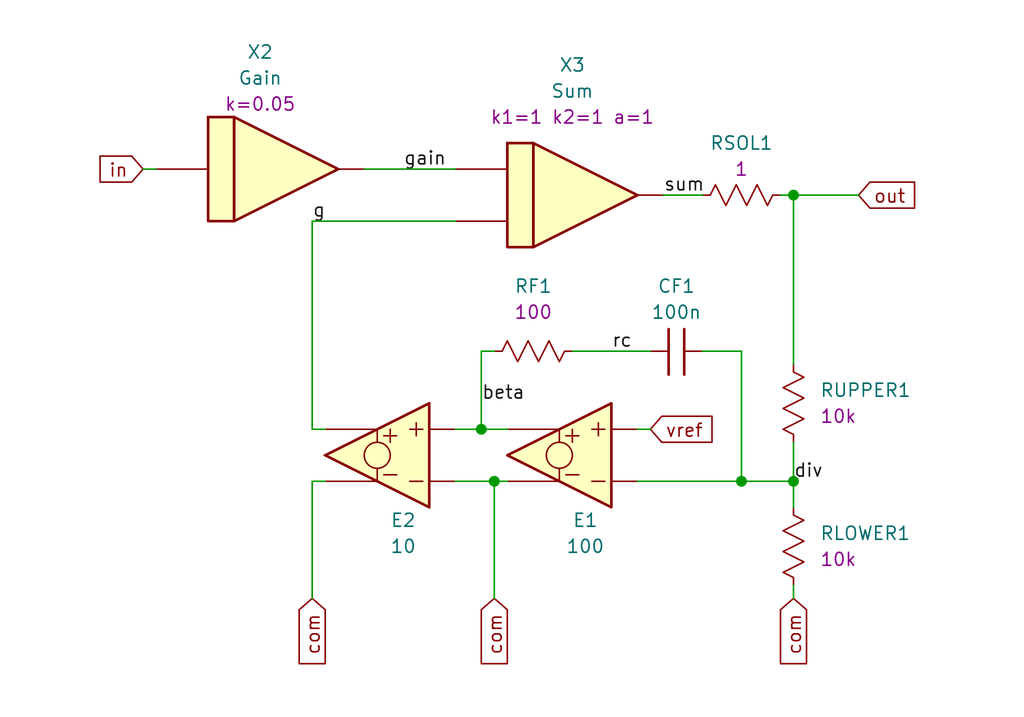
<source format=kicad_sch>
(kicad_sch (version 20230121) (generator eeschema)

  (uuid 05fc2807-6a65-4a8a-8e8c-5adc8485bda5)

  (paper "User" 99.9998 70.0024)

  (lib_symbols
    (symbol "ngspice:C" (pin_numbers hide) (pin_names (offset 0)) (in_bom yes) (on_board yes)
      (property "Reference" "c" (at 2.54 0 90)
        (effects (font (size 1.27 1.27)))
      )
      (property "Value" "${Sim.Params}" (at -2.54 0 90)
        (effects (font (size 1.27 1.27)))
      )
      (property "Footprint" "" (at 1.016 -0.254 90)
        (effects (font (size 1.27 1.27)) hide)
      )
      (property "Datasheet" "~" (at 4.445 0.635 0)
        (effects (font (size 1.27 1.27)) hide)
      )
      (property "Sim.Device" "SPICE" (at 4.445 1.905 0)
        (effects (font (size 1.27 1.27)) hide)
      )
      (property "Sim.Params" "${c}" (at 3.81 4.318 0)
        (effects (font (size 1.27 1.27)) hide)
      )
      (property "c" "" (at 0 0 0)
        (effects (font (size 1.27 1.27)) hide)
      )
      (property "ki_keywords" "c cap capacitor ngspice" (at 0 0 0)
        (effects (font (size 1.27 1.27)) hide)
      )
      (property "ki_description" "capacitor" (at 0 0 0)
        (effects (font (size 1.27 1.27)) hide)
      )
      (property "ki_fp_filters" "R_*" (at 0 0 0)
        (effects (font (size 1.27 1.27)) hide)
      )
      (symbol "C_0_1"
        (polyline
          (pts
            (xy -2.286 -0.762)
            (xy 2.159 -0.762)
          )
          (stroke (width 0.254) (type default))
          (fill (type none))
        )
        (polyline
          (pts
            (xy -2.286 0.762)
            (xy 2.159 0.762)
          )
          (stroke (width 0.254) (type default))
          (fill (type none))
        )
      )
      (symbol "C_1_1"
        (pin passive line (at 0 2.54 270) (length 1.7)
          (name "~" (effects (font (size 1.27 1.27))))
          (number "1" (effects (font (size 1.27 1.27))))
        )
        (pin passive line (at 0 -2.54 90) (length 1.7)
          (name "~" (effects (font (size 1.27 1.27))))
          (number "2" (effects (font (size 1.27 1.27))))
        )
      )
    )
    (symbol "ngspice:R_US_NG" (pin_numbers hide) (pin_names (offset 0)) (in_bom yes) (on_board yes)
      (property "Reference" "r" (at 2.54 0 90)
        (effects (font (size 1.27 1.27)))
      )
      (property "Value" "${Sim.Params}" (at -2.54 0 90)
        (effects (font (size 1.27 1.27)) hide)
      )
      (property "Footprint" "" (at 1.016 -0.254 90)
        (effects (font (size 1.27 1.27)) hide)
      )
      (property "Datasheet" "~" (at 5.08 -2.54 0)
        (effects (font (size 1.27 1.27)) hide)
      )
      (property "Sim.Device" "R" (at 0 0 0)
        (effects (font (size 1.27 1.27)) hide)
      )
      (property "Sim.Type" "=" (at 0 0 0)
        (effects (font (size 1.27 1.27)) hide)
      )
      (property "Sim.Pins" "1=+ 2=-" (at 0 0 0)
        (effects (font (size 1.27 1.27)) hide)
      )
      (property "Sim.Params" "${r}" (at 0 0 0)
        (effects (font (size 1.27 1.27)) hide)
      )
      (property "r" "res_value" (at 0 0 0)
        (effects (font (size 1.27 1.27)))
      )
      (property "ki_keywords" "R res resistor ngspice" (at 0 0 0)
        (effects (font (size 1.27 1.27)) hide)
      )
      (property "ki_description" "Resistor, US symbol" (at 0 0 0)
        (effects (font (size 1.27 1.27)) hide)
      )
      (property "ki_fp_filters" "R_*" (at 0 0 0)
        (effects (font (size 1.27 1.27)) hide)
      )
      (symbol "R_US_NG_0_1"
        (polyline
          (pts
            (xy 0 -3.048)
            (xy -1.016 -2.54)
            (xy 1.016 -1.524)
            (xy -1.016 -0.508)
            (xy 1.016 0.508)
            (xy -1.016 1.524)
            (xy 1.016 2.54)
            (xy 0 3.048)
          )
          (stroke (width 0) (type default))
          (fill (type none))
        )
      )
      (symbol "R_US_NG_1_1"
        (pin passive line (at 0 3.81 270) (length 0.72)
          (name "~" (effects (font (size 1.27 1.27))))
          (number "1" (effects (font (size 1.27 1.27))))
        )
        (pin passive line (at 0 -3.81 90) (length 0.72)
          (name "~" (effects (font (size 1.27 1.27))))
          (number "2" (effects (font (size 1.27 1.27))))
        )
      )
    )
    (symbol "ngspice:gain" (pin_numbers hide) (pin_names (offset 0) hide) (in_bom yes) (on_board yes)
      (property "Reference" "X1" (at -7.62 8.89 0)
        (effects (font (size 1.27 1.27)) (justify left))
      )
      (property "Value" "Gain" (at -7.62 6.35 0)
        (effects (font (size 1.27 1.27)) (justify left))
      )
      (property "Footprint" "" (at 0 0 0)
        (effects (font (size 1.27 1.27)) hide)
      )
      (property "Datasheet" "~" (at -2.54 -7.62 0)
        (effects (font (size 1.27 1.27)) hide)
      )
      (property "Sim.Library" "G:\\My Drive\\_TechSharpen\\KiCad\\libraries\\ngspice_models\\gain.lib" (at 0 11.43 0)
        (effects (font (size 1.27 1.27)) hide)
      )
      (property "Sim.Name" "gain" (at 0 0 0)
        (effects (font (size 1.27 1.27)) hide)
      )
      (property "Sim.Device" "SUBCKT" (at 0 0 0)
        (effects (font (size 1.27 1.27)) hide)
      )
      (property "Sim.Pins" "1=in 2=out" (at 0 0 0)
        (effects (font (size 1.27 1.27)) hide)
      )
      (property "Sim.Params" "k=1" (at 0 0 0)
        (effects (font (size 1.27 1.27)) hide)
      )
      (property "ki_keywords" "simulation  ngspice" (at 0 0 0)
        (effects (font (size 1.27 1.27)) hide)
      )
      (symbol "gain_0_1"
        (polyline
          (pts
            (xy 5.08 0)
            (xy -5.08 5.08)
            (xy -5.08 -5.08)
            (xy 5.08 0)
          )
          (stroke (width 0.254) (type default))
          (fill (type background))
        )
      )
      (symbol "gain_1_1"
        (rectangle (start -7.62 5.08) (end -5.08 -5.08)
          (stroke (width 0.254) (type default))
          (fill (type background))
        )
        (pin input line (at -12.7 0 0) (length 5.08)
          (name "in" (effects (font (size 1.27 1.27))))
          (number "1" (effects (font (size 1.27 1.27))))
        )
        (pin output line (at 7.62 0 180) (length 2.544)
          (name "out" (effects (font (size 1.27 1.27))))
          (number "2" (effects (font (size 1.27 1.27))))
        )
      )
    )
    (symbol "ngspice:sum" (pin_numbers hide) (pin_names (offset 0) hide) (in_bom yes) (on_board yes)
      (property "Reference" "X1" (at -7.62 8.89 0)
        (effects (font (size 1.27 1.27)) (justify left))
      )
      (property "Value" "Sum" (at -7.62 6.35 0)
        (effects (font (size 1.27 1.27)) (justify left))
      )
      (property "Footprint" "" (at 0 0 0)
        (effects (font (size 1.27 1.27)) hide)
      )
      (property "Datasheet" "~" (at -2.54 -7.62 0)
        (effects (font (size 1.27 1.27)) hide)
      )
      (property "Sim.Library" "G:\\My Drive\\_TechSharpen\\KiCad\\libraries\\ngspice_models\\sum.lib" (at 0 11.43 0)
        (effects (font (size 1.27 1.27)) hide)
      )
      (property "Sim.Name" "sum" (at 0 0 0)
        (effects (font (size 1.27 1.27)) hide)
      )
      (property "Sim.Device" "SUBCKT" (at 0 0 0)
        (effects (font (size 1.27 1.27)) hide)
      )
      (property "Sim.Pins" "1=in1 2=in2 3=out" (at 0 0 0)
        (effects (font (size 1.27 1.27)) hide)
      )
      (property "Sim.Params" "k1=1 k2=1 a=1" (at 0 0 0)
        (effects (font (size 1.27 1.27)))
      )
      (property "ki_keywords" "simulation  ngspice" (at 0 0 0)
        (effects (font (size 1.27 1.27)) hide)
      )
      (symbol "sum_0_1"
        (polyline
          (pts
            (xy 5.08 0)
            (xy -5.08 5.08)
            (xy -5.08 -5.08)
            (xy 5.08 0)
          )
          (stroke (width 0.254) (type default))
          (fill (type background))
        )
      )
      (symbol "sum_1_1"
        (rectangle (start -7.62 5.08) (end -5.08 -5.08)
          (stroke (width 0.254) (type default))
          (fill (type background))
        )
        (pin input line (at -12.7 2.54 0) (length 5.08)
          (name "in1" (effects (font (size 1.27 1.27))))
          (number "1" (effects (font (size 1.27 1.27))))
        )
        (pin input line (at -12.7 -2.54 0) (length 5.08)
          (name "in2" (effects (font (size 1.27 1.27))))
          (number "2" (effects (font (size 1.27 1.27))))
        )
        (pin output line (at 7.62 0 180) (length 2.544)
          (name "out" (effects (font (size 1.27 1.27))))
          (number "3" (effects (font (size 1.27 1.27))))
        )
      )
    )
    (symbol "ngspice:vcvs" (pin_numbers hide) (pin_names (offset 0.254) hide) (in_bom yes) (on_board yes)
      (property "Reference" "e" (at -1.27 7.62 0)
        (effects (font (size 1.27 1.27)) (justify left))
      )
      (property "Value" "${Sim.Params}" (at -1.27 5.08 0)
        (effects (font (size 1.27 1.27)) (justify left))
      )
      (property "Footprint" "" (at 0 0 0)
        (effects (font (size 1.27 1.27)) hide)
      )
      (property "Datasheet" "~" (at -2.54 -10.16 0)
        (effects (font (size 1.27 1.27)) hide)
      )
      (property "Sim.Device" "SPICE" (at 0 -5.08 0)
        (effects (font (size 1.27 1.27)) hide)
      )
      (property "Sim.Params" "${a}" (at 0 0 0)
        (effects (font (size 1.27 1.27)) hide)
      )
      (property "a" "1" (at 0 0 0)
        (effects (font (size 1.27 1.27)) hide)
      )
      (property "ki_keywords" "simulation  ngspice" (at 0 0 0)
        (effects (font (size 1.27 1.27)) hide)
      )
      (property "ki_description" "OPAmp symbol for simulation only" (at 0 0 0)
        (effects (font (size 1.27 1.27)) hide)
      )
      (symbol "vcvs_0_1"
        (polyline
          (pts
            (xy -4.445 -2.54)
            (xy -3.175 -2.54)
          )
          (stroke (width 0) (type default))
          (fill (type none))
        )
        (polyline
          (pts
            (xy -4.445 2.54)
            (xy -3.175 2.54)
          )
          (stroke (width 0) (type default))
          (fill (type none))
        )
        (polyline
          (pts
            (xy -3.81 3.175)
            (xy -3.81 1.905)
          )
          (stroke (width 0) (type default))
          (fill (type none))
        )
        (polyline
          (pts
            (xy -1.905 -1.905)
            (xy -0.635 -1.905)
          )
          (stroke (width 0) (type default))
          (fill (type none))
        )
        (polyline
          (pts
            (xy -1.905 1.905)
            (xy -0.635 1.905)
          )
          (stroke (width 0) (type default))
          (fill (type none))
        )
        (polyline
          (pts
            (xy -1.27 2.54)
            (xy -1.27 1.27)
          )
          (stroke (width 0) (type default))
          (fill (type none))
        )
        (polyline
          (pts
            (xy 0 -2.54)
            (xy 0 -1.27)
          )
          (stroke (width 0) (type default))
          (fill (type none))
        )
        (polyline
          (pts
            (xy 0 2.54)
            (xy 0 1.27)
          )
          (stroke (width 0) (type default))
          (fill (type none))
        )
        (polyline
          (pts
            (xy 5.08 0)
            (xy -5.08 5.08)
            (xy -5.08 -5.08)
            (xy 5.08 0)
          )
          (stroke (width 0.254) (type default))
          (fill (type background))
        )
        (circle (center 0 0) (radius 1.27)
          (stroke (width 0) (type default))
          (fill (type none))
        )
      )
      (symbol "vcvs_1_1"
        (pin output line (at 5.08 2.54 180) (length 5.08)
          (name "np" (effects (font (size 1.27 1.27))))
          (number "1" (effects (font (size 1.27 1.27))))
        )
        (pin output line (at 5.08 -2.54 180) (length 5.08)
          (name "nn" (effects (font (size 1.27 1.27))))
          (number "2" (effects (font (size 1.27 1.27))))
        )
        (pin input line (at -7.62 2.54 0) (length 2.54)
          (name "ncp" (effects (font (size 1.27 1.27))))
          (number "3" (effects (font (size 1.27 1.27))))
        )
        (pin input line (at -7.62 -2.54 0) (length 2.54)
          (name "ncn" (effects (font (size 1.27 1.27))))
          (number "4" (effects (font (size 1.27 1.27))))
        )
      )
    )
  )

  (junction (at 72.39 46.99) (diameter 0) (color 0 0 0 0)
    (uuid 08ec4ad1-d3d1-47b3-89b1-98a6507ed868)
  )
  (junction (at 48.26 46.99) (diameter 0) (color 0 0 0 0)
    (uuid 37ffa94e-59e7-41dc-999d-7bceb93c5fab)
  )
  (junction (at 46.99 41.91) (diameter 0) (color 0 0 0 0)
    (uuid 45785a2b-e814-436b-97eb-f450d45117a1)
  )
  (junction (at 77.47 19.05) (diameter 0) (color 0 0 0 0)
    (uuid 97a6b31e-2a6c-440a-8237-ea0f627c3335)
  )
  (junction (at 77.47 46.99) (diameter 0) (color 0 0 0 0)
    (uuid a9fa31e9-fbe1-4229-87e3-17263de61f4b)
  )

  (wire (pts (xy 46.99 34.29) (xy 48.26 34.29))
    (stroke (width 0) (type default))
    (uuid 043f3895-b4d5-4d6a-879f-bdaf54a45413)
  )
  (wire (pts (xy 77.47 43.18) (xy 77.47 46.99))
    (stroke (width 0) (type default))
    (uuid 0d4b4120-03c8-4a0f-94bf-3bf87389adce)
  )
  (wire (pts (xy 48.26 46.99) (xy 49.53 46.99))
    (stroke (width 0) (type default))
    (uuid 0de56b19-b9e9-4997-8680-bd7530f0767a)
  )
  (wire (pts (xy 62.23 46.99) (xy 72.39 46.99))
    (stroke (width 0) (type default))
    (uuid 16db5195-eafe-4d8b-aa8a-5856cd13b344)
  )
  (wire (pts (xy 46.99 34.29) (xy 46.99 41.91))
    (stroke (width 0) (type default))
    (uuid 23cfa8b1-a79e-417f-b5cc-c6835c9af999)
  )
  (wire (pts (xy 76.2 19.05) (xy 77.47 19.05))
    (stroke (width 0) (type default))
    (uuid 3b5f0547-3041-4d8a-8bf4-bf94814a0d40)
  )
  (wire (pts (xy 48.26 58.42) (xy 48.26 46.99))
    (stroke (width 0) (type default))
    (uuid 3d19afab-2ac0-440e-8aa1-1cadca66ff97)
  )
  (wire (pts (xy 49.53 41.91) (xy 46.99 41.91))
    (stroke (width 0) (type default))
    (uuid 4259cee7-0e66-4439-8f0f-a127ea77fac0)
  )
  (wire (pts (xy 64.77 19.05) (xy 68.58 19.05))
    (stroke (width 0) (type default))
    (uuid 49e0e841-48e4-4da3-b09e-b33fe1adfa39)
  )
  (wire (pts (xy 30.48 21.59) (xy 30.48 41.91))
    (stroke (width 0) (type default))
    (uuid 4a5d795f-5ec5-42ef-8cf9-60981dabe258)
  )
  (wire (pts (xy 55.88 34.29) (xy 63.5 34.29))
    (stroke (width 0) (type default))
    (uuid 550e92bc-8cd0-42dc-b160-512e539e9b39)
  )
  (wire (pts (xy 35.56 16.51) (xy 44.45 16.51))
    (stroke (width 0) (type default))
    (uuid 6a91c42d-69e7-48ab-b89e-64abed00ca92)
  )
  (wire (pts (xy 44.45 41.91) (xy 46.99 41.91))
    (stroke (width 0) (type default))
    (uuid 6d550e21-5874-44c1-893c-9995ddc7ced3)
  )
  (wire (pts (xy 77.47 49.53) (xy 77.47 46.99))
    (stroke (width 0) (type default))
    (uuid 79f0179b-9153-4baf-848d-cce2f8c1bc92)
  )
  (wire (pts (xy 30.48 46.99) (xy 31.75 46.99))
    (stroke (width 0) (type default))
    (uuid 893b9c82-0907-4035-b739-f34862c8acf0)
  )
  (wire (pts (xy 30.48 41.91) (xy 31.75 41.91))
    (stroke (width 0) (type default))
    (uuid 90883ec8-bbfb-45c7-9f40-326e199f51c9)
  )
  (wire (pts (xy 13.97 16.51) (xy 15.24 16.51))
    (stroke (width 0) (type default))
    (uuid 988fab37-ed8c-46a5-97db-50be5aaf4b8b)
  )
  (wire (pts (xy 68.58 34.29) (xy 72.39 34.29))
    (stroke (width 0) (type default))
    (uuid 9d34469c-d93d-4eef-b462-d8d6ac56c80a)
  )
  (wire (pts (xy 30.48 21.59) (xy 44.45 21.59))
    (stroke (width 0) (type default))
    (uuid a57d0797-2ac7-44ce-b57b-234706081760)
  )
  (wire (pts (xy 30.48 58.42) (xy 30.48 46.99))
    (stroke (width 0) (type default))
    (uuid a7cd2e08-2a37-4851-bf3c-4ffc73aa4e43)
  )
  (wire (pts (xy 72.39 34.29) (xy 72.39 46.99))
    (stroke (width 0) (type default))
    (uuid b2cea527-303e-4264-9660-4af5ede2ee6b)
  )
  (wire (pts (xy 77.47 46.99) (xy 72.39 46.99))
    (stroke (width 0) (type default))
    (uuid b2eb8b5c-e60e-430f-9f19-b0a0408eee27)
  )
  (wire (pts (xy 77.47 57.15) (xy 77.47 58.42))
    (stroke (width 0) (type default))
    (uuid b756d9b1-cc1c-4196-87b5-d3a57916599f)
  )
  (wire (pts (xy 62.23 41.91) (xy 63.5 41.91))
    (stroke (width 0) (type default))
    (uuid c62626f9-afa6-4e0c-a912-e03e50dbe24b)
  )
  (wire (pts (xy 77.47 19.05) (xy 77.47 35.56))
    (stroke (width 0) (type default))
    (uuid ebff0272-5612-43e0-a7b7-06f93151eb92)
  )
  (wire (pts (xy 77.47 19.05) (xy 83.82 19.05))
    (stroke (width 0) (type default))
    (uuid eff8e789-a7dd-496f-84e2-7182b29815d6)
  )
  (wire (pts (xy 44.45 46.99) (xy 48.26 46.99))
    (stroke (width 0) (type default))
    (uuid ff7c99f5-7fd2-48de-8ae8-7bee60cd528c)
  )

  (label "div" (at 77.47 46.99 0) (fields_autoplaced)
    (effects (font (size 1.27 1.27)) (justify left bottom))
    (uuid 2358f011-e875-4b78-97aa-852450fd3545)
  )
  (label "beta" (at 46.99 39.37 0) (fields_autoplaced)
    (effects (font (size 1.27 1.27)) (justify left bottom))
    (uuid 642f5dd9-bcd6-4d22-9b20-e340c9c2990c)
  )
  (label "sum" (at 64.77 19.05 0) (fields_autoplaced)
    (effects (font (size 1.27 1.27)) (justify left bottom))
    (uuid 92f7b526-fc3c-468d-b0d0-9348904c41b1)
  )
  (label "g" (at 30.48 21.59 0) (fields_autoplaced)
    (effects (font (size 1.27 1.27)) (justify left bottom))
    (uuid a20b45c0-9810-4366-a3cc-dafddd876bf7)
  )
  (label "gain" (at 39.37 16.51 0) (fields_autoplaced)
    (effects (font (size 1.27 1.27)) (justify left bottom))
    (uuid b992116a-9d99-4a7a-bfd0-189e2c6b1537)
  )
  (label "rc" (at 59.69 34.29 0) (fields_autoplaced)
    (effects (font (size 1.27 1.27)) (justify left bottom))
    (uuid e20b3748-7c84-48f6-9e77-dd12285230ec)
  )

  (global_label "vref" (shape input) (at 63.5 41.91 0) (fields_autoplaced)
    (effects (font (size 1.27 1.27)) (justify left))
    (uuid 24871dd7-ccda-47b0-ae73-9f430a4ab9e8)
    (property "Intersheetrefs" "${INTERSHEET_REFS}" (at 70.0533 41.91 0)
      (effects (font (size 1.27 1.27)) (justify left) hide)
    )
  )
  (global_label "com" (shape input) (at 48.26 58.42 270) (fields_autoplaced)
    (effects (font (size 1.27 1.27)) (justify right))
    (uuid 25a23587-adbe-44e7-ac2c-036adc1b9604)
    (property "Intersheetrefs" "${INTERSHEET_REFS}" (at 48.26 65.3361 90)
      (effects (font (size 1.27 1.27)) (justify right) hide)
    )
  )
  (global_label "out" (shape input) (at 83.82 19.05 0) (fields_autoplaced)
    (effects (font (size 1.27 1.27)) (justify left))
    (uuid 25c9ef36-7d32-48f8-92fb-2d11a37b31d3)
    (property "Intersheetrefs" "${INTERSHEET_REFS}" (at 89.8289 19.05 0)
      (effects (font (size 1.27 1.27)) (justify left) hide)
    )
  )
  (global_label "com" (shape input) (at 77.47 58.42 270) (fields_autoplaced)
    (effects (font (size 1.27 1.27)) (justify right))
    (uuid 3e9d8680-520d-4a71-9f22-64443c8290a3)
    (property "Intersheetrefs" "${INTERSHEET_REFS}" (at 77.47 65.3361 90)
      (effects (font (size 1.27 1.27)) (justify right) hide)
    )
  )
  (global_label "in" (shape input) (at 13.97 16.51 180) (fields_autoplaced)
    (effects (font (size 1.27 1.27)) (justify right))
    (uuid e047b9bd-43a9-485d-a8af-0ee8013b0439)
    (property "Intersheetrefs" "${INTERSHEET_REFS}" (at 9.231 16.51 0)
      (effects (font (size 1.27 1.27)) (justify right) hide)
    )
  )
  (global_label "com" (shape input) (at 30.48 58.42 270) (fields_autoplaced)
    (effects (font (size 1.27 1.27)) (justify right))
    (uuid f24f8dc2-119e-4b9d-95b9-b980b2ffc289)
    (property "Intersheetrefs" "${INTERSHEET_REFS}" (at 30.48 65.3361 90)
      (effects (font (size 1.27 1.27)) (justify right) hide)
    )
  )

  (symbol (lib_id "ngspice:gain") (at 27.94 16.51 0) (unit 1)
    (in_bom yes) (on_board yes) (dnp no)
    (uuid 272149b0-9972-46ca-8382-0f6b818a8581)
    (property "Reference" "X2" (at 25.4 5.08 0)
      (effects (font (size 1.27 1.27)))
    )
    (property "Value" "Gain" (at 25.4 7.62 0)
      (effects (font (size 1.27 1.27)))
    )
    (property "Footprint" "" (at 27.94 16.51 0)
      (effects (font (size 1.27 1.27)) hide)
    )
    (property "Datasheet" "~" (at 25.4 24.13 0)
      (effects (font (size 1.27 1.27)) hide)
    )
    (property "Sim.Library" "gain.lib" (at 27.94 5.08 0)
      (effects (font (size 1.27 1.27)) hide)
    )
    (property "Sim.Name" "gain" (at 27.94 16.51 0)
      (effects (font (size 1.27 1.27)) hide)
    )
    (property "Sim.Device" "SUBCKT" (at 27.94 16.51 0)
      (effects (font (size 1.27 1.27)) hide)
    )
    (property "Sim.Pins" "1=in 2=out" (at 27.94 16.51 0)
      (effects (font (size 1.27 1.27)) hide)
    )
    (property "Sim.Params" "k=0.05" (at 25.4 10.16 0)
      (effects (font (size 1.27 1.27)))
    )
    (pin "1" (uuid 0282ba5e-9bc7-48a2-9d30-a2f5b233546c))
    (pin "2" (uuid b250cce0-d8d3-43e3-9835-fc65990dd5a9))
    (instances
      (project "sec_1_04_04_lin_reg"
        (path "/05fc2807-6a65-4a8a-8e8c-5adc8485bda5"
          (reference "X2") (unit 1)
        )
      )
    )
  )

  (symbol (lib_id "ngspice:R_US_NG") (at 77.47 53.34 0) (unit 1)
    (in_bom yes) (on_board yes) (dnp no) (fields_autoplaced)
    (uuid 287d1261-a44f-4a12-9646-e56c1d7a5e36)
    (property "Reference" "RLOWER1" (at 80.01 52.07 0)
      (effects (font (size 1.27 1.27)) (justify left))
    )
    (property "Value" "${Sim.Params}" (at 74.93 53.34 90)
      (effects (font (size 1.27 1.27)) hide)
    )
    (property "Footprint" "" (at 78.486 53.594 90)
      (effects (font (size 1.27 1.27)) hide)
    )
    (property "Datasheet" "~" (at 82.55 55.88 0)
      (effects (font (size 1.27 1.27)) hide)
    )
    (property "Sim.Device" "R" (at 77.47 53.34 0)
      (effects (font (size 1.27 1.27)) hide)
    )
    (property "Sim.Type" "=" (at 77.47 53.34 0)
      (effects (font (size 1.27 1.27)) hide)
    )
    (property "Sim.Pins" "1=+ 2=-" (at 77.47 53.34 0)
      (effects (font (size 1.27 1.27)) hide)
    )
    (property "Sim.Params" "${r}" (at 77.47 53.34 0)
      (effects (font (size 1.27 1.27)) hide)
    )
    (property "r" "10k" (at 80.01 54.61 0)
      (effects (font (size 1.27 1.27)) (justify left))
    )
    (pin "2" (uuid 977a8ffa-e118-4c51-bbcd-97dbd2f500ea))
    (pin "1" (uuid 534c7595-c09a-4e44-80dc-76d237c21ece))
    (instances
      (project "sec_1_04_04_lin_reg"
        (path "/05fc2807-6a65-4a8a-8e8c-5adc8485bda5"
          (reference "RLOWER1") (unit 1)
        )
      )
    )
  )

  (symbol (lib_id "ngspice:vcvs") (at 36.83 44.45 0) (mirror y) (unit 1)
    (in_bom yes) (on_board yes) (dnp no)
    (uuid 2af4e4f7-684a-4431-9d84-f2723d9a10dd)
    (property "Reference" "E2" (at 39.37 50.8 0)
      (effects (font (size 1.27 1.27)))
    )
    (property "Value" "${Sim.Params}" (at 39.37 53.34 0)
      (effects (font (size 1.27 1.27)))
    )
    (property "Footprint" "" (at 36.83 44.45 0)
      (effects (font (size 1.27 1.27)) hide)
    )
    (property "Datasheet" "~" (at 39.37 54.61 0)
      (effects (font (size 1.27 1.27)) hide)
    )
    (property "Sim.Device" "SPICE" (at 36.83 49.53 0)
      (effects (font (size 1.27 1.27)) hide)
    )
    (property "Sim.Params" "${a}" (at 36.83 44.45 0)
      (effects (font (size 1.27 1.27)) hide)
    )
    (property "a" "10" (at 36.83 44.45 0)
      (effects (font (size 1.27 1.27)) hide)
    )
    (pin "1" (uuid 5fafeb70-561d-42bf-b4dc-4472ca032c9e))
    (pin "3" (uuid 90f3f59e-896d-4ed3-8847-47967aafc90c))
    (pin "4" (uuid a9143efd-1d29-4bff-9fe6-6525111be20b))
    (pin "2" (uuid 9378b289-b2af-4fea-bbc2-7b19dc8d7dbb))
    (instances
      (project "sec_1_04_04_lin_reg"
        (path "/05fc2807-6a65-4a8a-8e8c-5adc8485bda5"
          (reference "E2") (unit 1)
        )
      )
    )
  )

  (symbol (lib_id "ngspice:sum") (at 57.15 19.05 0) (unit 1)
    (in_bom yes) (on_board yes) (dnp no)
    (uuid 6596aaea-3569-4525-9c27-af0785549908)
    (property "Reference" "X3" (at 55.88 6.35 0)
      (effects (font (size 1.27 1.27)))
    )
    (property "Value" "Sum" (at 55.88 8.89 0)
      (effects (font (size 1.27 1.27)))
    )
    (property "Footprint" "" (at 57.15 19.05 0)
      (effects (font (size 1.27 1.27)) hide)
    )
    (property "Datasheet" "~" (at 54.61 26.67 0)
      (effects (font (size 1.27 1.27)) hide)
    )
    (property "Sim.Library" "sum.lib" (at 57.15 7.62 0)
      (effects (font (size 1.27 1.27)) hide)
    )
    (property "Sim.Name" "sum" (at 57.15 19.05 0)
      (effects (font (size 1.27 1.27)) hide)
    )
    (property "Sim.Device" "SUBCKT" (at 57.15 19.05 0)
      (effects (font (size 1.27 1.27)) hide)
    )
    (property "Sim.Pins" "1=in1 2=in2 3=out" (at 57.15 19.05 0)
      (effects (font (size 1.27 1.27)) hide)
    )
    (property "Sim.Params" "k1=1 k2=1 a=1" (at 55.88 11.43 0)
      (effects (font (size 1.27 1.27)))
    )
    (pin "1" (uuid a9e49f17-db68-4e23-ba42-222b702f6780))
    (pin "2" (uuid 8f35b996-6dff-41b5-b775-5026cc2cc214))
    (pin "3" (uuid 97e679c8-fe15-4cdf-abbe-9b99ef57cdcf))
    (instances
      (project "sec_1_04_04_lin_reg"
        (path "/05fc2807-6a65-4a8a-8e8c-5adc8485bda5"
          (reference "X3") (unit 1)
        )
      )
    )
  )

  (symbol (lib_id "ngspice:R_US_NG") (at 77.47 39.37 0) (unit 1)
    (in_bom yes) (on_board yes) (dnp no) (fields_autoplaced)
    (uuid 8fe442b2-877d-4afc-a892-b244e273bc87)
    (property "Reference" "RUPPER1" (at 80.01 38.1 0)
      (effects (font (size 1.27 1.27)) (justify left))
    )
    (property "Value" "${Sim.Params}" (at 74.93 39.37 90)
      (effects (font (size 1.27 1.27)) hide)
    )
    (property "Footprint" "" (at 78.486 39.624 90)
      (effects (font (size 1.27 1.27)) hide)
    )
    (property "Datasheet" "~" (at 82.55 41.91 0)
      (effects (font (size 1.27 1.27)) hide)
    )
    (property "Sim.Device" "R" (at 77.47 39.37 0)
      (effects (font (size 1.27 1.27)) hide)
    )
    (property "Sim.Type" "=" (at 77.47 39.37 0)
      (effects (font (size 1.27 1.27)) hide)
    )
    (property "Sim.Pins" "1=+ 2=-" (at 77.47 39.37 0)
      (effects (font (size 1.27 1.27)) hide)
    )
    (property "Sim.Params" "${r}" (at 77.47 39.37 0)
      (effects (font (size 1.27 1.27)) hide)
    )
    (property "r" "10k" (at 80.01 40.64 0)
      (effects (font (size 1.27 1.27)) (justify left))
    )
    (pin "2" (uuid 30be18aa-e5fa-45a1-a7b6-666a3f3022f3))
    (pin "1" (uuid 33bbab54-cec1-4457-82c0-8caca10da614))
    (instances
      (project "sec_1_04_04_lin_reg"
        (path "/05fc2807-6a65-4a8a-8e8c-5adc8485bda5"
          (reference "RUPPER1") (unit 1)
        )
      )
    )
  )

  (symbol (lib_id "ngspice:R_US_NG") (at 72.39 19.05 90) (unit 1)
    (in_bom yes) (on_board yes) (dnp no)
    (uuid ceb5946c-d0dc-4f57-adad-5b9dcecb32fa)
    (property "Reference" "RSOL1" (at 72.39 13.97 90)
      (effects (font (size 1.27 1.27)))
    )
    (property "Value" "${Sim.Params}" (at 72.39 21.59 90)
      (effects (font (size 1.27 1.27)) hide)
    )
    (property "Footprint" "" (at 72.644 18.034 90)
      (effects (font (size 1.27 1.27)) hide)
    )
    (property "Datasheet" "~" (at 74.93 13.97 0)
      (effects (font (size 1.27 1.27)) hide)
    )
    (property "Sim.Device" "R" (at 72.39 19.05 0)
      (effects (font (size 1.27 1.27)) hide)
    )
    (property "Sim.Type" "=" (at 72.39 19.05 0)
      (effects (font (size 1.27 1.27)) hide)
    )
    (property "Sim.Pins" "1=+ 2=-" (at 72.39 19.05 0)
      (effects (font (size 1.27 1.27)) hide)
    )
    (property "Sim.Params" "${r}" (at 72.39 19.05 0)
      (effects (font (size 1.27 1.27)) hide)
    )
    (property "r" "1" (at 72.39 16.51 90)
      (effects (font (size 1.27 1.27)))
    )
    (pin "2" (uuid c4dff55a-86b2-4304-b7d9-07a67efc097d))
    (pin "1" (uuid d434d9cd-4a20-4c19-b48e-bd1e7d8673f8))
    (instances
      (project "sec_1_04_04_lin_reg"
        (path "/05fc2807-6a65-4a8a-8e8c-5adc8485bda5"
          (reference "RSOL1") (unit 1)
        )
      )
    )
  )

  (symbol (lib_id "ngspice:C") (at 66.04 34.29 90) (unit 1)
    (in_bom yes) (on_board yes) (dnp no)
    (uuid e0a1be40-c6cd-4f50-a959-abbe521931c6)
    (property "Reference" "CF1" (at 66.04 27.94 90)
      (effects (font (size 1.27 1.27)))
    )
    (property "Value" "${Sim.Params}" (at 66.04 30.48 90)
      (effects (font (size 1.27 1.27)))
    )
    (property "Footprint" "" (at 66.294 33.274 90)
      (effects (font (size 1.27 1.27)) hide)
    )
    (property "Datasheet" "~" (at 65.405 29.845 0)
      (effects (font (size 1.27 1.27)) hide)
    )
    (property "Sim.Device" "SPICE" (at 64.135 29.845 0)
      (effects (font (size 1.27 1.27)) hide)
    )
    (property "Sim.Params" "${c}" (at 61.722 30.48 0)
      (effects (font (size 1.27 1.27)) hide)
    )
    (property "c" "100n" (at 66.04 34.29 0)
      (effects (font (size 1.27 1.27)) hide)
    )
    (pin "1" (uuid 39f9a1d0-17ee-4bc5-a307-7e2dbc58f218))
    (pin "2" (uuid 037aebdf-28b6-4a36-809d-1628277f0fb2))
    (instances
      (project "sec_1_04_04_lin_reg"
        (path "/05fc2807-6a65-4a8a-8e8c-5adc8485bda5"
          (reference "CF1") (unit 1)
        )
      )
    )
  )

  (symbol (lib_id "ngspice:R_US_NG") (at 52.07 34.29 90) (unit 1)
    (in_bom yes) (on_board yes) (dnp no) (fields_autoplaced)
    (uuid e2a90706-6a13-4c6d-8806-61e32b7fea82)
    (property "Reference" "RF1" (at 52.07 27.94 90)
      (effects (font (size 1.27 1.27)))
    )
    (property "Value" "${Sim.Params}" (at 52.07 36.83 90)
      (effects (font (size 1.27 1.27)) hide)
    )
    (property "Footprint" "" (at 52.324 33.274 90)
      (effects (font (size 1.27 1.27)) hide)
    )
    (property "Datasheet" "~" (at 54.61 29.21 0)
      (effects (font (size 1.27 1.27)) hide)
    )
    (property "Sim.Device" "R" (at 52.07 34.29 0)
      (effects (font (size 1.27 1.27)) hide)
    )
    (property "Sim.Type" "=" (at 52.07 34.29 0)
      (effects (font (size 1.27 1.27)) hide)
    )
    (property "Sim.Pins" "1=+ 2=-" (at 52.07 34.29 0)
      (effects (font (size 1.27 1.27)) hide)
    )
    (property "Sim.Params" "${r}" (at 52.07 34.29 0)
      (effects (font (size 1.27 1.27)) hide)
    )
    (property "r" "100" (at 52.07 30.48 90)
      (effects (font (size 1.27 1.27)))
    )
    (pin "2" (uuid 98b87fd0-cf1d-426a-8446-47bf4fc6beee))
    (pin "1" (uuid b1d69ec4-9688-41c3-97ce-1612a327722b))
    (instances
      (project "sec_1_04_04_lin_reg"
        (path "/05fc2807-6a65-4a8a-8e8c-5adc8485bda5"
          (reference "RF1") (unit 1)
        )
      )
    )
  )

  (symbol (lib_id "ngspice:vcvs") (at 54.61 44.45 0) (mirror y) (unit 1)
    (in_bom yes) (on_board yes) (dnp no)
    (uuid ea6fa8a6-8956-41fc-a0eb-a043e3cfa922)
    (property "Reference" "E1" (at 57.15 50.8 0)
      (effects (font (size 1.27 1.27)))
    )
    (property "Value" "${Sim.Params}" (at 57.15 53.34 0)
      (effects (font (size 1.27 1.27)))
    )
    (property "Footprint" "" (at 54.61 44.45 0)
      (effects (font (size 1.27 1.27)) hide)
    )
    (property "Datasheet" "~" (at 57.15 54.61 0)
      (effects (font (size 1.27 1.27)) hide)
    )
    (property "Sim.Device" "SPICE" (at 54.61 49.53 0)
      (effects (font (size 1.27 1.27)) hide)
    )
    (property "Sim.Params" "${a}" (at 54.61 44.45 0)
      (effects (font (size 1.27 1.27)) hide)
    )
    (property "a" "100" (at 54.61 44.45 0)
      (effects (font (size 1.27 1.27)) hide)
    )
    (pin "1" (uuid 53b90d4d-d4ca-43f4-b236-14e9c33c6756))
    (pin "3" (uuid cb0410c6-3cc5-4c6d-ab84-b946ae54770b))
    (pin "4" (uuid 4073f343-0632-4a1f-a67e-548885066692))
    (pin "2" (uuid a63e12c3-5136-46f7-8df1-30e492d608e7))
    (instances
      (project "sec_1_04_04_lin_reg"
        (path "/05fc2807-6a65-4a8a-8e8c-5adc8485bda5"
          (reference "E1") (unit 1)
        )
      )
    )
  )

  (sheet_instances
    (path "/" (page "1"))
  )
)

</source>
